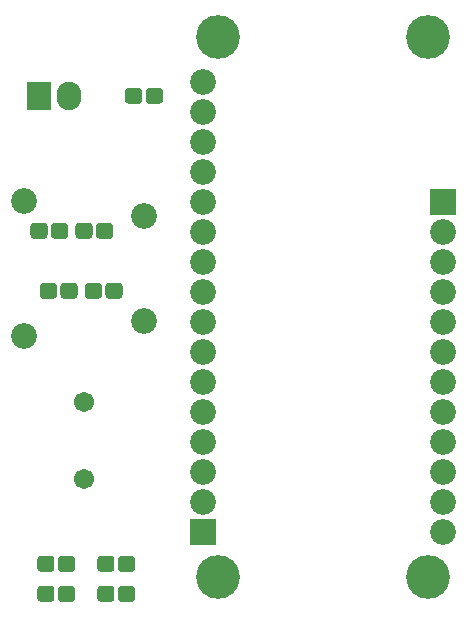
<source format=gbr>
G04 #@! TF.GenerationSoftware,KiCad,Pcbnew,(5.0.0)*
G04 #@! TF.CreationDate,2019-02-06T23:56:32-08:00*
G04 #@! TF.ProjectId,Tele(8)_PCB_v1,54656C652838295F5043425F76312E6B,rev?*
G04 #@! TF.SameCoordinates,Original*
G04 #@! TF.FileFunction,Soldermask,Top*
G04 #@! TF.FilePolarity,Negative*
%FSLAX46Y46*%
G04 Gerber Fmt 4.6, Leading zero omitted, Abs format (unit mm)*
G04 Created by KiCad (PCBNEW (5.0.0)) date 02/06/19 23:56:32*
%MOMM*%
%LPD*%
G01*
G04 APERTURE LIST*
%ADD10C,2.178000*%
%ADD11R,2.178000X2.178000*%
%ADD12C,3.702000*%
%ADD13C,0.100000*%
%ADD14C,1.350000*%
%ADD15R,2.100000X2.400000*%
%ADD16O,2.100000X2.400000*%
%ADD17C,1.708000*%
G04 APERTURE END LIST*
D10*
G04 #@! TO.C,LR1*
X132004999Y-115645001D03*
X132004999Y-113105001D03*
X132004999Y-110565001D03*
X132004999Y-108025001D03*
X132004999Y-105485001D03*
X132004999Y-102945001D03*
X132004999Y-100405001D03*
X132004999Y-97865001D03*
X132004999Y-95325001D03*
X132004999Y-92785001D03*
D11*
X132004999Y-87705001D03*
D10*
X132004999Y-90245001D03*
D11*
X111684999Y-115645001D03*
D10*
X111684999Y-113105001D03*
X111684999Y-110565001D03*
X111684999Y-108025001D03*
X111684999Y-105485001D03*
X111684999Y-102945001D03*
X111684999Y-100405001D03*
X111684999Y-97865001D03*
X111684999Y-95325001D03*
X111684999Y-92785001D03*
X111684999Y-90245001D03*
X111684999Y-87705001D03*
X111684999Y-85165001D03*
X111684999Y-82625001D03*
X111684999Y-80085001D03*
X111684999Y-77545001D03*
D12*
X130734999Y-119455001D03*
X112954999Y-119455001D03*
X112954999Y-73735001D03*
X130734999Y-73735001D03*
G04 #@! TD*
D13*
G04 #@! TO.C,D1*
G36*
X98797355Y-117692007D02*
X98830117Y-117696867D01*
X98862245Y-117704915D01*
X98893430Y-117716073D01*
X98923370Y-117730234D01*
X98951779Y-117747261D01*
X98978382Y-117766991D01*
X99002923Y-117789233D01*
X99025165Y-117813774D01*
X99044895Y-117840377D01*
X99061922Y-117868786D01*
X99076083Y-117898726D01*
X99087241Y-117929911D01*
X99095289Y-117962039D01*
X99100149Y-117994801D01*
X99101774Y-118027882D01*
X99101774Y-118702882D01*
X99100149Y-118735963D01*
X99095289Y-118768725D01*
X99087241Y-118800853D01*
X99076083Y-118832038D01*
X99061922Y-118861978D01*
X99044895Y-118890387D01*
X99025165Y-118916990D01*
X99002923Y-118941531D01*
X98978382Y-118963773D01*
X98951779Y-118983503D01*
X98923370Y-119000530D01*
X98893430Y-119014691D01*
X98862245Y-119025849D01*
X98830117Y-119033897D01*
X98797355Y-119038757D01*
X98764274Y-119040382D01*
X97989274Y-119040382D01*
X97956193Y-119038757D01*
X97923431Y-119033897D01*
X97891303Y-119025849D01*
X97860118Y-119014691D01*
X97830178Y-119000530D01*
X97801769Y-118983503D01*
X97775166Y-118963773D01*
X97750625Y-118941531D01*
X97728383Y-118916990D01*
X97708653Y-118890387D01*
X97691626Y-118861978D01*
X97677465Y-118832038D01*
X97666307Y-118800853D01*
X97658259Y-118768725D01*
X97653399Y-118735963D01*
X97651774Y-118702882D01*
X97651774Y-118027882D01*
X97653399Y-117994801D01*
X97658259Y-117962039D01*
X97666307Y-117929911D01*
X97677465Y-117898726D01*
X97691626Y-117868786D01*
X97708653Y-117840377D01*
X97728383Y-117813774D01*
X97750625Y-117789233D01*
X97775166Y-117766991D01*
X97801769Y-117747261D01*
X97830178Y-117730234D01*
X97860118Y-117716073D01*
X97891303Y-117704915D01*
X97923431Y-117696867D01*
X97956193Y-117692007D01*
X97989274Y-117690382D01*
X98764274Y-117690382D01*
X98797355Y-117692007D01*
X98797355Y-117692007D01*
G37*
D14*
X98376774Y-118365382D03*
D13*
G36*
X100547355Y-117692007D02*
X100580117Y-117696867D01*
X100612245Y-117704915D01*
X100643430Y-117716073D01*
X100673370Y-117730234D01*
X100701779Y-117747261D01*
X100728382Y-117766991D01*
X100752923Y-117789233D01*
X100775165Y-117813774D01*
X100794895Y-117840377D01*
X100811922Y-117868786D01*
X100826083Y-117898726D01*
X100837241Y-117929911D01*
X100845289Y-117962039D01*
X100850149Y-117994801D01*
X100851774Y-118027882D01*
X100851774Y-118702882D01*
X100850149Y-118735963D01*
X100845289Y-118768725D01*
X100837241Y-118800853D01*
X100826083Y-118832038D01*
X100811922Y-118861978D01*
X100794895Y-118890387D01*
X100775165Y-118916990D01*
X100752923Y-118941531D01*
X100728382Y-118963773D01*
X100701779Y-118983503D01*
X100673370Y-119000530D01*
X100643430Y-119014691D01*
X100612245Y-119025849D01*
X100580117Y-119033897D01*
X100547355Y-119038757D01*
X100514274Y-119040382D01*
X99739274Y-119040382D01*
X99706193Y-119038757D01*
X99673431Y-119033897D01*
X99641303Y-119025849D01*
X99610118Y-119014691D01*
X99580178Y-119000530D01*
X99551769Y-118983503D01*
X99525166Y-118963773D01*
X99500625Y-118941531D01*
X99478383Y-118916990D01*
X99458653Y-118890387D01*
X99441626Y-118861978D01*
X99427465Y-118832038D01*
X99416307Y-118800853D01*
X99408259Y-118768725D01*
X99403399Y-118735963D01*
X99401774Y-118702882D01*
X99401774Y-118027882D01*
X99403399Y-117994801D01*
X99408259Y-117962039D01*
X99416307Y-117929911D01*
X99427465Y-117898726D01*
X99441626Y-117868786D01*
X99458653Y-117840377D01*
X99478383Y-117813774D01*
X99500625Y-117789233D01*
X99525166Y-117766991D01*
X99551769Y-117747261D01*
X99580178Y-117730234D01*
X99610118Y-117716073D01*
X99641303Y-117704915D01*
X99673431Y-117696867D01*
X99706193Y-117692007D01*
X99739274Y-117690382D01*
X100514274Y-117690382D01*
X100547355Y-117692007D01*
X100547355Y-117692007D01*
G37*
D14*
X100126774Y-118365382D03*
G04 #@! TD*
D13*
G04 #@! TO.C,D2*
G36*
X100547355Y-120232007D02*
X100580117Y-120236867D01*
X100612245Y-120244915D01*
X100643430Y-120256073D01*
X100673370Y-120270234D01*
X100701779Y-120287261D01*
X100728382Y-120306991D01*
X100752923Y-120329233D01*
X100775165Y-120353774D01*
X100794895Y-120380377D01*
X100811922Y-120408786D01*
X100826083Y-120438726D01*
X100837241Y-120469911D01*
X100845289Y-120502039D01*
X100850149Y-120534801D01*
X100851774Y-120567882D01*
X100851774Y-121242882D01*
X100850149Y-121275963D01*
X100845289Y-121308725D01*
X100837241Y-121340853D01*
X100826083Y-121372038D01*
X100811922Y-121401978D01*
X100794895Y-121430387D01*
X100775165Y-121456990D01*
X100752923Y-121481531D01*
X100728382Y-121503773D01*
X100701779Y-121523503D01*
X100673370Y-121540530D01*
X100643430Y-121554691D01*
X100612245Y-121565849D01*
X100580117Y-121573897D01*
X100547355Y-121578757D01*
X100514274Y-121580382D01*
X99739274Y-121580382D01*
X99706193Y-121578757D01*
X99673431Y-121573897D01*
X99641303Y-121565849D01*
X99610118Y-121554691D01*
X99580178Y-121540530D01*
X99551769Y-121523503D01*
X99525166Y-121503773D01*
X99500625Y-121481531D01*
X99478383Y-121456990D01*
X99458653Y-121430387D01*
X99441626Y-121401978D01*
X99427465Y-121372038D01*
X99416307Y-121340853D01*
X99408259Y-121308725D01*
X99403399Y-121275963D01*
X99401774Y-121242882D01*
X99401774Y-120567882D01*
X99403399Y-120534801D01*
X99408259Y-120502039D01*
X99416307Y-120469911D01*
X99427465Y-120438726D01*
X99441626Y-120408786D01*
X99458653Y-120380377D01*
X99478383Y-120353774D01*
X99500625Y-120329233D01*
X99525166Y-120306991D01*
X99551769Y-120287261D01*
X99580178Y-120270234D01*
X99610118Y-120256073D01*
X99641303Y-120244915D01*
X99673431Y-120236867D01*
X99706193Y-120232007D01*
X99739274Y-120230382D01*
X100514274Y-120230382D01*
X100547355Y-120232007D01*
X100547355Y-120232007D01*
G37*
D14*
X100126774Y-120905382D03*
D13*
G36*
X98797355Y-120232007D02*
X98830117Y-120236867D01*
X98862245Y-120244915D01*
X98893430Y-120256073D01*
X98923370Y-120270234D01*
X98951779Y-120287261D01*
X98978382Y-120306991D01*
X99002923Y-120329233D01*
X99025165Y-120353774D01*
X99044895Y-120380377D01*
X99061922Y-120408786D01*
X99076083Y-120438726D01*
X99087241Y-120469911D01*
X99095289Y-120502039D01*
X99100149Y-120534801D01*
X99101774Y-120567882D01*
X99101774Y-121242882D01*
X99100149Y-121275963D01*
X99095289Y-121308725D01*
X99087241Y-121340853D01*
X99076083Y-121372038D01*
X99061922Y-121401978D01*
X99044895Y-121430387D01*
X99025165Y-121456990D01*
X99002923Y-121481531D01*
X98978382Y-121503773D01*
X98951779Y-121523503D01*
X98923370Y-121540530D01*
X98893430Y-121554691D01*
X98862245Y-121565849D01*
X98830117Y-121573897D01*
X98797355Y-121578757D01*
X98764274Y-121580382D01*
X97989274Y-121580382D01*
X97956193Y-121578757D01*
X97923431Y-121573897D01*
X97891303Y-121565849D01*
X97860118Y-121554691D01*
X97830178Y-121540530D01*
X97801769Y-121523503D01*
X97775166Y-121503773D01*
X97750625Y-121481531D01*
X97728383Y-121456990D01*
X97708653Y-121430387D01*
X97691626Y-121401978D01*
X97677465Y-121372038D01*
X97666307Y-121340853D01*
X97658259Y-121308725D01*
X97653399Y-121275963D01*
X97651774Y-121242882D01*
X97651774Y-120567882D01*
X97653399Y-120534801D01*
X97658259Y-120502039D01*
X97666307Y-120469911D01*
X97677465Y-120438726D01*
X97691626Y-120408786D01*
X97708653Y-120380377D01*
X97728383Y-120353774D01*
X97750625Y-120329233D01*
X97775166Y-120306991D01*
X97801769Y-120287261D01*
X97830178Y-120270234D01*
X97860118Y-120256073D01*
X97891303Y-120244915D01*
X97923431Y-120236867D01*
X97956193Y-120232007D01*
X97989274Y-120230382D01*
X98764274Y-120230382D01*
X98797355Y-120232007D01*
X98797355Y-120232007D01*
G37*
D14*
X98376774Y-120905382D03*
G04 #@! TD*
D15*
G04 #@! TO.C,J1*
X97790000Y-78740000D03*
D16*
X100290000Y-78740000D03*
G04 #@! TD*
D17*
G04 #@! TO.C,LS1*
X101600000Y-104700000D03*
X101600000Y-111200000D03*
G04 #@! TD*
D13*
G04 #@! TO.C,R1*
G36*
X103877355Y-117692007D02*
X103910117Y-117696867D01*
X103942245Y-117704915D01*
X103973430Y-117716073D01*
X104003370Y-117730234D01*
X104031779Y-117747261D01*
X104058382Y-117766991D01*
X104082923Y-117789233D01*
X104105165Y-117813774D01*
X104124895Y-117840377D01*
X104141922Y-117868786D01*
X104156083Y-117898726D01*
X104167241Y-117929911D01*
X104175289Y-117962039D01*
X104180149Y-117994801D01*
X104181774Y-118027882D01*
X104181774Y-118702882D01*
X104180149Y-118735963D01*
X104175289Y-118768725D01*
X104167241Y-118800853D01*
X104156083Y-118832038D01*
X104141922Y-118861978D01*
X104124895Y-118890387D01*
X104105165Y-118916990D01*
X104082923Y-118941531D01*
X104058382Y-118963773D01*
X104031779Y-118983503D01*
X104003370Y-119000530D01*
X103973430Y-119014691D01*
X103942245Y-119025849D01*
X103910117Y-119033897D01*
X103877355Y-119038757D01*
X103844274Y-119040382D01*
X103069274Y-119040382D01*
X103036193Y-119038757D01*
X103003431Y-119033897D01*
X102971303Y-119025849D01*
X102940118Y-119014691D01*
X102910178Y-119000530D01*
X102881769Y-118983503D01*
X102855166Y-118963773D01*
X102830625Y-118941531D01*
X102808383Y-118916990D01*
X102788653Y-118890387D01*
X102771626Y-118861978D01*
X102757465Y-118832038D01*
X102746307Y-118800853D01*
X102738259Y-118768725D01*
X102733399Y-118735963D01*
X102731774Y-118702882D01*
X102731774Y-118027882D01*
X102733399Y-117994801D01*
X102738259Y-117962039D01*
X102746307Y-117929911D01*
X102757465Y-117898726D01*
X102771626Y-117868786D01*
X102788653Y-117840377D01*
X102808383Y-117813774D01*
X102830625Y-117789233D01*
X102855166Y-117766991D01*
X102881769Y-117747261D01*
X102910178Y-117730234D01*
X102940118Y-117716073D01*
X102971303Y-117704915D01*
X103003431Y-117696867D01*
X103036193Y-117692007D01*
X103069274Y-117690382D01*
X103844274Y-117690382D01*
X103877355Y-117692007D01*
X103877355Y-117692007D01*
G37*
D14*
X103456774Y-118365382D03*
D13*
G36*
X105627355Y-117692007D02*
X105660117Y-117696867D01*
X105692245Y-117704915D01*
X105723430Y-117716073D01*
X105753370Y-117730234D01*
X105781779Y-117747261D01*
X105808382Y-117766991D01*
X105832923Y-117789233D01*
X105855165Y-117813774D01*
X105874895Y-117840377D01*
X105891922Y-117868786D01*
X105906083Y-117898726D01*
X105917241Y-117929911D01*
X105925289Y-117962039D01*
X105930149Y-117994801D01*
X105931774Y-118027882D01*
X105931774Y-118702882D01*
X105930149Y-118735963D01*
X105925289Y-118768725D01*
X105917241Y-118800853D01*
X105906083Y-118832038D01*
X105891922Y-118861978D01*
X105874895Y-118890387D01*
X105855165Y-118916990D01*
X105832923Y-118941531D01*
X105808382Y-118963773D01*
X105781779Y-118983503D01*
X105753370Y-119000530D01*
X105723430Y-119014691D01*
X105692245Y-119025849D01*
X105660117Y-119033897D01*
X105627355Y-119038757D01*
X105594274Y-119040382D01*
X104819274Y-119040382D01*
X104786193Y-119038757D01*
X104753431Y-119033897D01*
X104721303Y-119025849D01*
X104690118Y-119014691D01*
X104660178Y-119000530D01*
X104631769Y-118983503D01*
X104605166Y-118963773D01*
X104580625Y-118941531D01*
X104558383Y-118916990D01*
X104538653Y-118890387D01*
X104521626Y-118861978D01*
X104507465Y-118832038D01*
X104496307Y-118800853D01*
X104488259Y-118768725D01*
X104483399Y-118735963D01*
X104481774Y-118702882D01*
X104481774Y-118027882D01*
X104483399Y-117994801D01*
X104488259Y-117962039D01*
X104496307Y-117929911D01*
X104507465Y-117898726D01*
X104521626Y-117868786D01*
X104538653Y-117840377D01*
X104558383Y-117813774D01*
X104580625Y-117789233D01*
X104605166Y-117766991D01*
X104631769Y-117747261D01*
X104660178Y-117730234D01*
X104690118Y-117716073D01*
X104721303Y-117704915D01*
X104753431Y-117696867D01*
X104786193Y-117692007D01*
X104819274Y-117690382D01*
X105594274Y-117690382D01*
X105627355Y-117692007D01*
X105627355Y-117692007D01*
G37*
D14*
X105206774Y-118365382D03*
G04 #@! TD*
D13*
G04 #@! TO.C,R2*
G36*
X105627355Y-120232007D02*
X105660117Y-120236867D01*
X105692245Y-120244915D01*
X105723430Y-120256073D01*
X105753370Y-120270234D01*
X105781779Y-120287261D01*
X105808382Y-120306991D01*
X105832923Y-120329233D01*
X105855165Y-120353774D01*
X105874895Y-120380377D01*
X105891922Y-120408786D01*
X105906083Y-120438726D01*
X105917241Y-120469911D01*
X105925289Y-120502039D01*
X105930149Y-120534801D01*
X105931774Y-120567882D01*
X105931774Y-121242882D01*
X105930149Y-121275963D01*
X105925289Y-121308725D01*
X105917241Y-121340853D01*
X105906083Y-121372038D01*
X105891922Y-121401978D01*
X105874895Y-121430387D01*
X105855165Y-121456990D01*
X105832923Y-121481531D01*
X105808382Y-121503773D01*
X105781779Y-121523503D01*
X105753370Y-121540530D01*
X105723430Y-121554691D01*
X105692245Y-121565849D01*
X105660117Y-121573897D01*
X105627355Y-121578757D01*
X105594274Y-121580382D01*
X104819274Y-121580382D01*
X104786193Y-121578757D01*
X104753431Y-121573897D01*
X104721303Y-121565849D01*
X104690118Y-121554691D01*
X104660178Y-121540530D01*
X104631769Y-121523503D01*
X104605166Y-121503773D01*
X104580625Y-121481531D01*
X104558383Y-121456990D01*
X104538653Y-121430387D01*
X104521626Y-121401978D01*
X104507465Y-121372038D01*
X104496307Y-121340853D01*
X104488259Y-121308725D01*
X104483399Y-121275963D01*
X104481774Y-121242882D01*
X104481774Y-120567882D01*
X104483399Y-120534801D01*
X104488259Y-120502039D01*
X104496307Y-120469911D01*
X104507465Y-120438726D01*
X104521626Y-120408786D01*
X104538653Y-120380377D01*
X104558383Y-120353774D01*
X104580625Y-120329233D01*
X104605166Y-120306991D01*
X104631769Y-120287261D01*
X104660178Y-120270234D01*
X104690118Y-120256073D01*
X104721303Y-120244915D01*
X104753431Y-120236867D01*
X104786193Y-120232007D01*
X104819274Y-120230382D01*
X105594274Y-120230382D01*
X105627355Y-120232007D01*
X105627355Y-120232007D01*
G37*
D14*
X105206774Y-120905382D03*
D13*
G36*
X103877355Y-120232007D02*
X103910117Y-120236867D01*
X103942245Y-120244915D01*
X103973430Y-120256073D01*
X104003370Y-120270234D01*
X104031779Y-120287261D01*
X104058382Y-120306991D01*
X104082923Y-120329233D01*
X104105165Y-120353774D01*
X104124895Y-120380377D01*
X104141922Y-120408786D01*
X104156083Y-120438726D01*
X104167241Y-120469911D01*
X104175289Y-120502039D01*
X104180149Y-120534801D01*
X104181774Y-120567882D01*
X104181774Y-121242882D01*
X104180149Y-121275963D01*
X104175289Y-121308725D01*
X104167241Y-121340853D01*
X104156083Y-121372038D01*
X104141922Y-121401978D01*
X104124895Y-121430387D01*
X104105165Y-121456990D01*
X104082923Y-121481531D01*
X104058382Y-121503773D01*
X104031779Y-121523503D01*
X104003370Y-121540530D01*
X103973430Y-121554691D01*
X103942245Y-121565849D01*
X103910117Y-121573897D01*
X103877355Y-121578757D01*
X103844274Y-121580382D01*
X103069274Y-121580382D01*
X103036193Y-121578757D01*
X103003431Y-121573897D01*
X102971303Y-121565849D01*
X102940118Y-121554691D01*
X102910178Y-121540530D01*
X102881769Y-121523503D01*
X102855166Y-121503773D01*
X102830625Y-121481531D01*
X102808383Y-121456990D01*
X102788653Y-121430387D01*
X102771626Y-121401978D01*
X102757465Y-121372038D01*
X102746307Y-121340853D01*
X102738259Y-121308725D01*
X102733399Y-121275963D01*
X102731774Y-121242882D01*
X102731774Y-120567882D01*
X102733399Y-120534801D01*
X102738259Y-120502039D01*
X102746307Y-120469911D01*
X102757465Y-120438726D01*
X102771626Y-120408786D01*
X102788653Y-120380377D01*
X102808383Y-120353774D01*
X102830625Y-120329233D01*
X102855166Y-120306991D01*
X102881769Y-120287261D01*
X102910178Y-120270234D01*
X102940118Y-120256073D01*
X102971303Y-120244915D01*
X103003431Y-120236867D01*
X103036193Y-120232007D01*
X103069274Y-120230382D01*
X103844274Y-120230382D01*
X103877355Y-120232007D01*
X103877355Y-120232007D01*
G37*
D14*
X103456774Y-120905382D03*
G04 #@! TD*
D13*
G04 #@! TO.C,R4*
G36*
X102020581Y-89496625D02*
X102053343Y-89501485D01*
X102085471Y-89509533D01*
X102116656Y-89520691D01*
X102146596Y-89534852D01*
X102175005Y-89551879D01*
X102201608Y-89571609D01*
X102226149Y-89593851D01*
X102248391Y-89618392D01*
X102268121Y-89644995D01*
X102285148Y-89673404D01*
X102299309Y-89703344D01*
X102310467Y-89734529D01*
X102318515Y-89766657D01*
X102323375Y-89799419D01*
X102325000Y-89832500D01*
X102325000Y-90507500D01*
X102323375Y-90540581D01*
X102318515Y-90573343D01*
X102310467Y-90605471D01*
X102299309Y-90636656D01*
X102285148Y-90666596D01*
X102268121Y-90695005D01*
X102248391Y-90721608D01*
X102226149Y-90746149D01*
X102201608Y-90768391D01*
X102175005Y-90788121D01*
X102146596Y-90805148D01*
X102116656Y-90819309D01*
X102085471Y-90830467D01*
X102053343Y-90838515D01*
X102020581Y-90843375D01*
X101987500Y-90845000D01*
X101212500Y-90845000D01*
X101179419Y-90843375D01*
X101146657Y-90838515D01*
X101114529Y-90830467D01*
X101083344Y-90819309D01*
X101053404Y-90805148D01*
X101024995Y-90788121D01*
X100998392Y-90768391D01*
X100973851Y-90746149D01*
X100951609Y-90721608D01*
X100931879Y-90695005D01*
X100914852Y-90666596D01*
X100900691Y-90636656D01*
X100889533Y-90605471D01*
X100881485Y-90573343D01*
X100876625Y-90540581D01*
X100875000Y-90507500D01*
X100875000Y-89832500D01*
X100876625Y-89799419D01*
X100881485Y-89766657D01*
X100889533Y-89734529D01*
X100900691Y-89703344D01*
X100914852Y-89673404D01*
X100931879Y-89644995D01*
X100951609Y-89618392D01*
X100973851Y-89593851D01*
X100998392Y-89571609D01*
X101024995Y-89551879D01*
X101053404Y-89534852D01*
X101083344Y-89520691D01*
X101114529Y-89509533D01*
X101146657Y-89501485D01*
X101179419Y-89496625D01*
X101212500Y-89495000D01*
X101987500Y-89495000D01*
X102020581Y-89496625D01*
X102020581Y-89496625D01*
G37*
D14*
X101600000Y-90170000D03*
D13*
G36*
X103770581Y-89496625D02*
X103803343Y-89501485D01*
X103835471Y-89509533D01*
X103866656Y-89520691D01*
X103896596Y-89534852D01*
X103925005Y-89551879D01*
X103951608Y-89571609D01*
X103976149Y-89593851D01*
X103998391Y-89618392D01*
X104018121Y-89644995D01*
X104035148Y-89673404D01*
X104049309Y-89703344D01*
X104060467Y-89734529D01*
X104068515Y-89766657D01*
X104073375Y-89799419D01*
X104075000Y-89832500D01*
X104075000Y-90507500D01*
X104073375Y-90540581D01*
X104068515Y-90573343D01*
X104060467Y-90605471D01*
X104049309Y-90636656D01*
X104035148Y-90666596D01*
X104018121Y-90695005D01*
X103998391Y-90721608D01*
X103976149Y-90746149D01*
X103951608Y-90768391D01*
X103925005Y-90788121D01*
X103896596Y-90805148D01*
X103866656Y-90819309D01*
X103835471Y-90830467D01*
X103803343Y-90838515D01*
X103770581Y-90843375D01*
X103737500Y-90845000D01*
X102962500Y-90845000D01*
X102929419Y-90843375D01*
X102896657Y-90838515D01*
X102864529Y-90830467D01*
X102833344Y-90819309D01*
X102803404Y-90805148D01*
X102774995Y-90788121D01*
X102748392Y-90768391D01*
X102723851Y-90746149D01*
X102701609Y-90721608D01*
X102681879Y-90695005D01*
X102664852Y-90666596D01*
X102650691Y-90636656D01*
X102639533Y-90605471D01*
X102631485Y-90573343D01*
X102626625Y-90540581D01*
X102625000Y-90507500D01*
X102625000Y-89832500D01*
X102626625Y-89799419D01*
X102631485Y-89766657D01*
X102639533Y-89734529D01*
X102650691Y-89703344D01*
X102664852Y-89673404D01*
X102681879Y-89644995D01*
X102701609Y-89618392D01*
X102723851Y-89593851D01*
X102748392Y-89571609D01*
X102774995Y-89551879D01*
X102803404Y-89534852D01*
X102833344Y-89520691D01*
X102864529Y-89509533D01*
X102896657Y-89501485D01*
X102929419Y-89496625D01*
X102962500Y-89495000D01*
X103737500Y-89495000D01*
X103770581Y-89496625D01*
X103770581Y-89496625D01*
G37*
D14*
X103350000Y-90170000D03*
G04 #@! TD*
D13*
G04 #@! TO.C,R5*
G36*
X99960581Y-89496625D02*
X99993343Y-89501485D01*
X100025471Y-89509533D01*
X100056656Y-89520691D01*
X100086596Y-89534852D01*
X100115005Y-89551879D01*
X100141608Y-89571609D01*
X100166149Y-89593851D01*
X100188391Y-89618392D01*
X100208121Y-89644995D01*
X100225148Y-89673404D01*
X100239309Y-89703344D01*
X100250467Y-89734529D01*
X100258515Y-89766657D01*
X100263375Y-89799419D01*
X100265000Y-89832500D01*
X100265000Y-90507500D01*
X100263375Y-90540581D01*
X100258515Y-90573343D01*
X100250467Y-90605471D01*
X100239309Y-90636656D01*
X100225148Y-90666596D01*
X100208121Y-90695005D01*
X100188391Y-90721608D01*
X100166149Y-90746149D01*
X100141608Y-90768391D01*
X100115005Y-90788121D01*
X100086596Y-90805148D01*
X100056656Y-90819309D01*
X100025471Y-90830467D01*
X99993343Y-90838515D01*
X99960581Y-90843375D01*
X99927500Y-90845000D01*
X99152500Y-90845000D01*
X99119419Y-90843375D01*
X99086657Y-90838515D01*
X99054529Y-90830467D01*
X99023344Y-90819309D01*
X98993404Y-90805148D01*
X98964995Y-90788121D01*
X98938392Y-90768391D01*
X98913851Y-90746149D01*
X98891609Y-90721608D01*
X98871879Y-90695005D01*
X98854852Y-90666596D01*
X98840691Y-90636656D01*
X98829533Y-90605471D01*
X98821485Y-90573343D01*
X98816625Y-90540581D01*
X98815000Y-90507500D01*
X98815000Y-89832500D01*
X98816625Y-89799419D01*
X98821485Y-89766657D01*
X98829533Y-89734529D01*
X98840691Y-89703344D01*
X98854852Y-89673404D01*
X98871879Y-89644995D01*
X98891609Y-89618392D01*
X98913851Y-89593851D01*
X98938392Y-89571609D01*
X98964995Y-89551879D01*
X98993404Y-89534852D01*
X99023344Y-89520691D01*
X99054529Y-89509533D01*
X99086657Y-89501485D01*
X99119419Y-89496625D01*
X99152500Y-89495000D01*
X99927500Y-89495000D01*
X99960581Y-89496625D01*
X99960581Y-89496625D01*
G37*
D14*
X99540000Y-90170000D03*
D13*
G36*
X98210581Y-89496625D02*
X98243343Y-89501485D01*
X98275471Y-89509533D01*
X98306656Y-89520691D01*
X98336596Y-89534852D01*
X98365005Y-89551879D01*
X98391608Y-89571609D01*
X98416149Y-89593851D01*
X98438391Y-89618392D01*
X98458121Y-89644995D01*
X98475148Y-89673404D01*
X98489309Y-89703344D01*
X98500467Y-89734529D01*
X98508515Y-89766657D01*
X98513375Y-89799419D01*
X98515000Y-89832500D01*
X98515000Y-90507500D01*
X98513375Y-90540581D01*
X98508515Y-90573343D01*
X98500467Y-90605471D01*
X98489309Y-90636656D01*
X98475148Y-90666596D01*
X98458121Y-90695005D01*
X98438391Y-90721608D01*
X98416149Y-90746149D01*
X98391608Y-90768391D01*
X98365005Y-90788121D01*
X98336596Y-90805148D01*
X98306656Y-90819309D01*
X98275471Y-90830467D01*
X98243343Y-90838515D01*
X98210581Y-90843375D01*
X98177500Y-90845000D01*
X97402500Y-90845000D01*
X97369419Y-90843375D01*
X97336657Y-90838515D01*
X97304529Y-90830467D01*
X97273344Y-90819309D01*
X97243404Y-90805148D01*
X97214995Y-90788121D01*
X97188392Y-90768391D01*
X97163851Y-90746149D01*
X97141609Y-90721608D01*
X97121879Y-90695005D01*
X97104852Y-90666596D01*
X97090691Y-90636656D01*
X97079533Y-90605471D01*
X97071485Y-90573343D01*
X97066625Y-90540581D01*
X97065000Y-90507500D01*
X97065000Y-89832500D01*
X97066625Y-89799419D01*
X97071485Y-89766657D01*
X97079533Y-89734529D01*
X97090691Y-89703344D01*
X97104852Y-89673404D01*
X97121879Y-89644995D01*
X97141609Y-89618392D01*
X97163851Y-89593851D01*
X97188392Y-89571609D01*
X97214995Y-89551879D01*
X97243404Y-89534852D01*
X97273344Y-89520691D01*
X97304529Y-89509533D01*
X97336657Y-89501485D01*
X97369419Y-89496625D01*
X97402500Y-89495000D01*
X98177500Y-89495000D01*
X98210581Y-89496625D01*
X98210581Y-89496625D01*
G37*
D14*
X97790000Y-90170000D03*
G04 #@! TD*
D10*
G04 #@! TO.C,SigIn*
X106680000Y-88900000D03*
G04 #@! TD*
G04 #@! TO.C,exGnd*
X96520000Y-87630000D03*
G04 #@! TD*
D13*
G04 #@! TO.C,R6*
G36*
X100750581Y-94576625D02*
X100783343Y-94581485D01*
X100815471Y-94589533D01*
X100846656Y-94600691D01*
X100876596Y-94614852D01*
X100905005Y-94631879D01*
X100931608Y-94651609D01*
X100956149Y-94673851D01*
X100978391Y-94698392D01*
X100998121Y-94724995D01*
X101015148Y-94753404D01*
X101029309Y-94783344D01*
X101040467Y-94814529D01*
X101048515Y-94846657D01*
X101053375Y-94879419D01*
X101055000Y-94912500D01*
X101055000Y-95587500D01*
X101053375Y-95620581D01*
X101048515Y-95653343D01*
X101040467Y-95685471D01*
X101029309Y-95716656D01*
X101015148Y-95746596D01*
X100998121Y-95775005D01*
X100978391Y-95801608D01*
X100956149Y-95826149D01*
X100931608Y-95848391D01*
X100905005Y-95868121D01*
X100876596Y-95885148D01*
X100846656Y-95899309D01*
X100815471Y-95910467D01*
X100783343Y-95918515D01*
X100750581Y-95923375D01*
X100717500Y-95925000D01*
X99942500Y-95925000D01*
X99909419Y-95923375D01*
X99876657Y-95918515D01*
X99844529Y-95910467D01*
X99813344Y-95899309D01*
X99783404Y-95885148D01*
X99754995Y-95868121D01*
X99728392Y-95848391D01*
X99703851Y-95826149D01*
X99681609Y-95801608D01*
X99661879Y-95775005D01*
X99644852Y-95746596D01*
X99630691Y-95716656D01*
X99619533Y-95685471D01*
X99611485Y-95653343D01*
X99606625Y-95620581D01*
X99605000Y-95587500D01*
X99605000Y-94912500D01*
X99606625Y-94879419D01*
X99611485Y-94846657D01*
X99619533Y-94814529D01*
X99630691Y-94783344D01*
X99644852Y-94753404D01*
X99661879Y-94724995D01*
X99681609Y-94698392D01*
X99703851Y-94673851D01*
X99728392Y-94651609D01*
X99754995Y-94631879D01*
X99783404Y-94614852D01*
X99813344Y-94600691D01*
X99844529Y-94589533D01*
X99876657Y-94581485D01*
X99909419Y-94576625D01*
X99942500Y-94575000D01*
X100717500Y-94575000D01*
X100750581Y-94576625D01*
X100750581Y-94576625D01*
G37*
D14*
X100330000Y-95250000D03*
D13*
G36*
X99000581Y-94576625D02*
X99033343Y-94581485D01*
X99065471Y-94589533D01*
X99096656Y-94600691D01*
X99126596Y-94614852D01*
X99155005Y-94631879D01*
X99181608Y-94651609D01*
X99206149Y-94673851D01*
X99228391Y-94698392D01*
X99248121Y-94724995D01*
X99265148Y-94753404D01*
X99279309Y-94783344D01*
X99290467Y-94814529D01*
X99298515Y-94846657D01*
X99303375Y-94879419D01*
X99305000Y-94912500D01*
X99305000Y-95587500D01*
X99303375Y-95620581D01*
X99298515Y-95653343D01*
X99290467Y-95685471D01*
X99279309Y-95716656D01*
X99265148Y-95746596D01*
X99248121Y-95775005D01*
X99228391Y-95801608D01*
X99206149Y-95826149D01*
X99181608Y-95848391D01*
X99155005Y-95868121D01*
X99126596Y-95885148D01*
X99096656Y-95899309D01*
X99065471Y-95910467D01*
X99033343Y-95918515D01*
X99000581Y-95923375D01*
X98967500Y-95925000D01*
X98192500Y-95925000D01*
X98159419Y-95923375D01*
X98126657Y-95918515D01*
X98094529Y-95910467D01*
X98063344Y-95899309D01*
X98033404Y-95885148D01*
X98004995Y-95868121D01*
X97978392Y-95848391D01*
X97953851Y-95826149D01*
X97931609Y-95801608D01*
X97911879Y-95775005D01*
X97894852Y-95746596D01*
X97880691Y-95716656D01*
X97869533Y-95685471D01*
X97861485Y-95653343D01*
X97856625Y-95620581D01*
X97855000Y-95587500D01*
X97855000Y-94912500D01*
X97856625Y-94879419D01*
X97861485Y-94846657D01*
X97869533Y-94814529D01*
X97880691Y-94783344D01*
X97894852Y-94753404D01*
X97911879Y-94724995D01*
X97931609Y-94698392D01*
X97953851Y-94673851D01*
X97978392Y-94651609D01*
X98004995Y-94631879D01*
X98033404Y-94614852D01*
X98063344Y-94600691D01*
X98094529Y-94589533D01*
X98126657Y-94581485D01*
X98159419Y-94576625D01*
X98192500Y-94575000D01*
X98967500Y-94575000D01*
X99000581Y-94576625D01*
X99000581Y-94576625D01*
G37*
D14*
X98580000Y-95250000D03*
G04 #@! TD*
D10*
G04 #@! TO.C,sigIn*
X106680000Y-97790000D03*
G04 #@! TD*
G04 #@! TO.C,exGnd*
X96520000Y-99060000D03*
G04 #@! TD*
D13*
G04 #@! TO.C,R7*
G36*
X102810581Y-94576625D02*
X102843343Y-94581485D01*
X102875471Y-94589533D01*
X102906656Y-94600691D01*
X102936596Y-94614852D01*
X102965005Y-94631879D01*
X102991608Y-94651609D01*
X103016149Y-94673851D01*
X103038391Y-94698392D01*
X103058121Y-94724995D01*
X103075148Y-94753404D01*
X103089309Y-94783344D01*
X103100467Y-94814529D01*
X103108515Y-94846657D01*
X103113375Y-94879419D01*
X103115000Y-94912500D01*
X103115000Y-95587500D01*
X103113375Y-95620581D01*
X103108515Y-95653343D01*
X103100467Y-95685471D01*
X103089309Y-95716656D01*
X103075148Y-95746596D01*
X103058121Y-95775005D01*
X103038391Y-95801608D01*
X103016149Y-95826149D01*
X102991608Y-95848391D01*
X102965005Y-95868121D01*
X102936596Y-95885148D01*
X102906656Y-95899309D01*
X102875471Y-95910467D01*
X102843343Y-95918515D01*
X102810581Y-95923375D01*
X102777500Y-95925000D01*
X102002500Y-95925000D01*
X101969419Y-95923375D01*
X101936657Y-95918515D01*
X101904529Y-95910467D01*
X101873344Y-95899309D01*
X101843404Y-95885148D01*
X101814995Y-95868121D01*
X101788392Y-95848391D01*
X101763851Y-95826149D01*
X101741609Y-95801608D01*
X101721879Y-95775005D01*
X101704852Y-95746596D01*
X101690691Y-95716656D01*
X101679533Y-95685471D01*
X101671485Y-95653343D01*
X101666625Y-95620581D01*
X101665000Y-95587500D01*
X101665000Y-94912500D01*
X101666625Y-94879419D01*
X101671485Y-94846657D01*
X101679533Y-94814529D01*
X101690691Y-94783344D01*
X101704852Y-94753404D01*
X101721879Y-94724995D01*
X101741609Y-94698392D01*
X101763851Y-94673851D01*
X101788392Y-94651609D01*
X101814995Y-94631879D01*
X101843404Y-94614852D01*
X101873344Y-94600691D01*
X101904529Y-94589533D01*
X101936657Y-94581485D01*
X101969419Y-94576625D01*
X102002500Y-94575000D01*
X102777500Y-94575000D01*
X102810581Y-94576625D01*
X102810581Y-94576625D01*
G37*
D14*
X102390000Y-95250000D03*
D13*
G36*
X104560581Y-94576625D02*
X104593343Y-94581485D01*
X104625471Y-94589533D01*
X104656656Y-94600691D01*
X104686596Y-94614852D01*
X104715005Y-94631879D01*
X104741608Y-94651609D01*
X104766149Y-94673851D01*
X104788391Y-94698392D01*
X104808121Y-94724995D01*
X104825148Y-94753404D01*
X104839309Y-94783344D01*
X104850467Y-94814529D01*
X104858515Y-94846657D01*
X104863375Y-94879419D01*
X104865000Y-94912500D01*
X104865000Y-95587500D01*
X104863375Y-95620581D01*
X104858515Y-95653343D01*
X104850467Y-95685471D01*
X104839309Y-95716656D01*
X104825148Y-95746596D01*
X104808121Y-95775005D01*
X104788391Y-95801608D01*
X104766149Y-95826149D01*
X104741608Y-95848391D01*
X104715005Y-95868121D01*
X104686596Y-95885148D01*
X104656656Y-95899309D01*
X104625471Y-95910467D01*
X104593343Y-95918515D01*
X104560581Y-95923375D01*
X104527500Y-95925000D01*
X103752500Y-95925000D01*
X103719419Y-95923375D01*
X103686657Y-95918515D01*
X103654529Y-95910467D01*
X103623344Y-95899309D01*
X103593404Y-95885148D01*
X103564995Y-95868121D01*
X103538392Y-95848391D01*
X103513851Y-95826149D01*
X103491609Y-95801608D01*
X103471879Y-95775005D01*
X103454852Y-95746596D01*
X103440691Y-95716656D01*
X103429533Y-95685471D01*
X103421485Y-95653343D01*
X103416625Y-95620581D01*
X103415000Y-95587500D01*
X103415000Y-94912500D01*
X103416625Y-94879419D01*
X103421485Y-94846657D01*
X103429533Y-94814529D01*
X103440691Y-94783344D01*
X103454852Y-94753404D01*
X103471879Y-94724995D01*
X103491609Y-94698392D01*
X103513851Y-94673851D01*
X103538392Y-94651609D01*
X103564995Y-94631879D01*
X103593404Y-94614852D01*
X103623344Y-94600691D01*
X103654529Y-94589533D01*
X103686657Y-94581485D01*
X103719419Y-94576625D01*
X103752500Y-94575000D01*
X104527500Y-94575000D01*
X104560581Y-94576625D01*
X104560581Y-94576625D01*
G37*
D14*
X104140000Y-95250000D03*
G04 #@! TD*
D13*
G04 #@! TO.C,R8*
G36*
X106225581Y-78066625D02*
X106258343Y-78071485D01*
X106290471Y-78079533D01*
X106321656Y-78090691D01*
X106351596Y-78104852D01*
X106380005Y-78121879D01*
X106406608Y-78141609D01*
X106431149Y-78163851D01*
X106453391Y-78188392D01*
X106473121Y-78214995D01*
X106490148Y-78243404D01*
X106504309Y-78273344D01*
X106515467Y-78304529D01*
X106523515Y-78336657D01*
X106528375Y-78369419D01*
X106530000Y-78402500D01*
X106530000Y-79077500D01*
X106528375Y-79110581D01*
X106523515Y-79143343D01*
X106515467Y-79175471D01*
X106504309Y-79206656D01*
X106490148Y-79236596D01*
X106473121Y-79265005D01*
X106453391Y-79291608D01*
X106431149Y-79316149D01*
X106406608Y-79338391D01*
X106380005Y-79358121D01*
X106351596Y-79375148D01*
X106321656Y-79389309D01*
X106290471Y-79400467D01*
X106258343Y-79408515D01*
X106225581Y-79413375D01*
X106192500Y-79415000D01*
X105417500Y-79415000D01*
X105384419Y-79413375D01*
X105351657Y-79408515D01*
X105319529Y-79400467D01*
X105288344Y-79389309D01*
X105258404Y-79375148D01*
X105229995Y-79358121D01*
X105203392Y-79338391D01*
X105178851Y-79316149D01*
X105156609Y-79291608D01*
X105136879Y-79265005D01*
X105119852Y-79236596D01*
X105105691Y-79206656D01*
X105094533Y-79175471D01*
X105086485Y-79143343D01*
X105081625Y-79110581D01*
X105080000Y-79077500D01*
X105080000Y-78402500D01*
X105081625Y-78369419D01*
X105086485Y-78336657D01*
X105094533Y-78304529D01*
X105105691Y-78273344D01*
X105119852Y-78243404D01*
X105136879Y-78214995D01*
X105156609Y-78188392D01*
X105178851Y-78163851D01*
X105203392Y-78141609D01*
X105229995Y-78121879D01*
X105258404Y-78104852D01*
X105288344Y-78090691D01*
X105319529Y-78079533D01*
X105351657Y-78071485D01*
X105384419Y-78066625D01*
X105417500Y-78065000D01*
X106192500Y-78065000D01*
X106225581Y-78066625D01*
X106225581Y-78066625D01*
G37*
D14*
X105805000Y-78740000D03*
D13*
G36*
X107975581Y-78066625D02*
X108008343Y-78071485D01*
X108040471Y-78079533D01*
X108071656Y-78090691D01*
X108101596Y-78104852D01*
X108130005Y-78121879D01*
X108156608Y-78141609D01*
X108181149Y-78163851D01*
X108203391Y-78188392D01*
X108223121Y-78214995D01*
X108240148Y-78243404D01*
X108254309Y-78273344D01*
X108265467Y-78304529D01*
X108273515Y-78336657D01*
X108278375Y-78369419D01*
X108280000Y-78402500D01*
X108280000Y-79077500D01*
X108278375Y-79110581D01*
X108273515Y-79143343D01*
X108265467Y-79175471D01*
X108254309Y-79206656D01*
X108240148Y-79236596D01*
X108223121Y-79265005D01*
X108203391Y-79291608D01*
X108181149Y-79316149D01*
X108156608Y-79338391D01*
X108130005Y-79358121D01*
X108101596Y-79375148D01*
X108071656Y-79389309D01*
X108040471Y-79400467D01*
X108008343Y-79408515D01*
X107975581Y-79413375D01*
X107942500Y-79415000D01*
X107167500Y-79415000D01*
X107134419Y-79413375D01*
X107101657Y-79408515D01*
X107069529Y-79400467D01*
X107038344Y-79389309D01*
X107008404Y-79375148D01*
X106979995Y-79358121D01*
X106953392Y-79338391D01*
X106928851Y-79316149D01*
X106906609Y-79291608D01*
X106886879Y-79265005D01*
X106869852Y-79236596D01*
X106855691Y-79206656D01*
X106844533Y-79175471D01*
X106836485Y-79143343D01*
X106831625Y-79110581D01*
X106830000Y-79077500D01*
X106830000Y-78402500D01*
X106831625Y-78369419D01*
X106836485Y-78336657D01*
X106844533Y-78304529D01*
X106855691Y-78273344D01*
X106869852Y-78243404D01*
X106886879Y-78214995D01*
X106906609Y-78188392D01*
X106928851Y-78163851D01*
X106953392Y-78141609D01*
X106979995Y-78121879D01*
X107008404Y-78104852D01*
X107038344Y-78090691D01*
X107069529Y-78079533D01*
X107101657Y-78071485D01*
X107134419Y-78066625D01*
X107167500Y-78065000D01*
X107942500Y-78065000D01*
X107975581Y-78066625D01*
X107975581Y-78066625D01*
G37*
D14*
X107555000Y-78740000D03*
G04 #@! TD*
M02*

</source>
